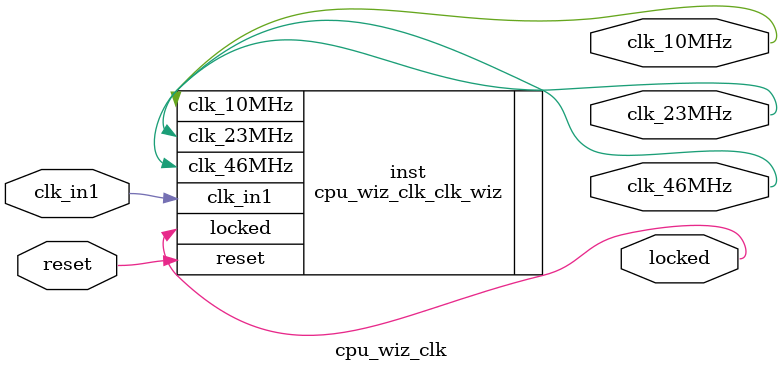
<source format=v>


`timescale 1ps/1ps

(* CORE_GENERATION_INFO = "cpu_wiz_clk,clk_wiz_v5_4_3_0,{component_name=cpu_wiz_clk,use_phase_alignment=true,use_min_o_jitter=false,use_max_i_jitter=false,use_dyn_phase_shift=false,use_inclk_switchover=false,use_dyn_reconfig=false,enable_axi=0,feedback_source=FDBK_AUTO,PRIMITIVE=MMCM,num_out_clk=3,clkin1_period=10.000,clkin2_period=10.000,use_power_down=false,use_reset=true,use_locked=true,use_inclk_stopped=false,feedback_type=SINGLE,CLOCK_MGR_TYPE=NA,manual_override=false}" *)

module cpu_wiz_clk 
 (
  // Clock out ports
  output        clk_46MHz,
  output        clk_23MHz,
  output        clk_10MHz,
  // Status and control signals
  input         reset,
  output        locked,
 // Clock in ports
  input         clk_in1
 );

  cpu_wiz_clk_clk_wiz inst
  (
  // Clock out ports  
  .clk_46MHz(clk_46MHz),
  .clk_23MHz(clk_23MHz),
  .clk_10MHz(clk_10MHz),
  // Status and control signals               
  .reset(reset), 
  .locked(locked),
 // Clock in ports
  .clk_in1(clk_in1)
  );

endmodule

</source>
